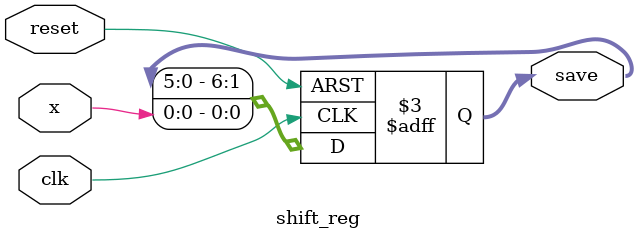
<source format=v>
module shift_reg (
    input   clk,
            reset,
            x,
    output reg[6:0] save
);
    // reg [6:0] save;
    always @(posedge clk or negedge reset) begin
        if(!reset)
            save<=7'b0;
        else
            save<={save[5:0],x};
    end
endmodule
</source>
